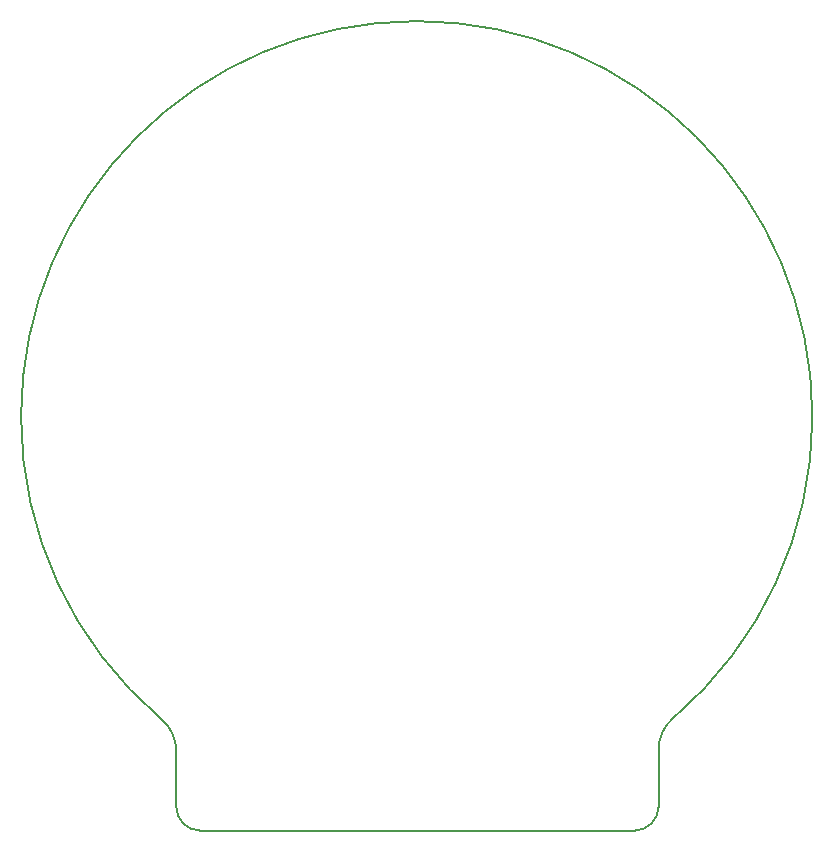
<source format=gbr>
%TF.GenerationSoftware,KiCad,Pcbnew,7.0.6*%
%TF.CreationDate,2024-03-18T21:13:24+03:00*%
%TF.ProjectId,_____ __________,1f3b3042-3020-4433-9f40-30323b353d38,rev?*%
%TF.SameCoordinates,Original*%
%TF.FileFunction,Profile,NP*%
%FSLAX46Y46*%
G04 Gerber Fmt 4.6, Leading zero omitted, Abs format (unit mm)*
G04 Created by KiCad (PCBNEW 7.0.6) date 2024-03-18 21:13:24*
%MOMM*%
%LPD*%
G01*
G04 APERTURE LIST*
%TA.AperFunction,Profile*%
%ADD10C,0.200000*%
%TD*%
G04 APERTURE END LIST*
D10*
X173087071Y-130809973D02*
G75*
G03*
X175119073Y-128778000I29J2031973D01*
G01*
X134281571Y-124064347D02*
G75*
G03*
X133039370Y-121386052I-3504871J1647D01*
G01*
X176351123Y-121296234D02*
G75*
G03*
X175119073Y-123962254I2268777J-2666166D01*
G01*
X134281619Y-124064347D02*
X134281619Y-128778000D01*
X173087071Y-130810000D02*
X136313619Y-130810002D01*
X175119073Y-123962254D02*
X175119073Y-128778000D01*
X188142262Y-95782046D02*
G75*
G03*
X121142262Y-95782046I-33500000J0D01*
G01*
X134281598Y-128778000D02*
G75*
G03*
X136313619Y-130810002I2032002J0D01*
G01*
X176351140Y-121296254D02*
G75*
G03*
X188142262Y-95782046I-21708920J25514224D01*
G01*
X121142261Y-95782046D02*
G75*
G03*
X133039370Y-121386051I33499989J-4D01*
G01*
M02*

</source>
